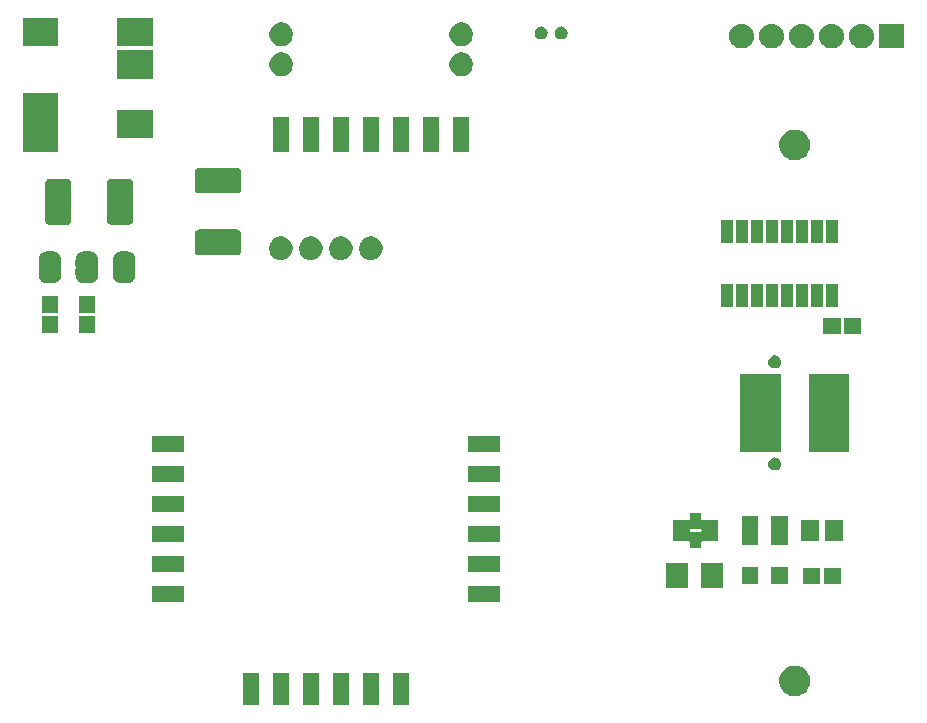
<source format=gts>
G04 #@! TF.GenerationSoftware,KiCad,Pcbnew,(5.1.0-0)*
G04 #@! TF.CreationDate,2019-05-12T00:03:29+09:00*
G04 #@! TF.ProjectId,split_EC_right,73706c69-745f-4454-935f-72696768742e,rev?*
G04 #@! TF.SameCoordinates,Original*
G04 #@! TF.FileFunction,Soldermask,Top*
G04 #@! TF.FilePolarity,Negative*
%FSLAX46Y46*%
G04 Gerber Fmt 4.6, Leading zero omitted, Abs format (unit mm)*
G04 Created by KiCad (PCBNEW (5.1.0-0)) date 2019-05-12 00:03:29*
%MOMM*%
%LPD*%
G04 APERTURE LIST*
%ADD10C,0.100000*%
G04 APERTURE END LIST*
D10*
G36*
X111800000Y-99750000D02*
G01*
X110400000Y-99750000D01*
X110400000Y-97050000D01*
X111800000Y-97050000D01*
X111800000Y-99750000D01*
X111800000Y-99750000D01*
G37*
G36*
X109260000Y-99750000D02*
G01*
X107860000Y-99750000D01*
X107860000Y-97050000D01*
X109260000Y-97050000D01*
X109260000Y-99750000D01*
X109260000Y-99750000D01*
G37*
G36*
X106720000Y-99750000D02*
G01*
X105320000Y-99750000D01*
X105320000Y-97050000D01*
X106720000Y-97050000D01*
X106720000Y-99750000D01*
X106720000Y-99750000D01*
G37*
G36*
X104180000Y-99750000D02*
G01*
X102780000Y-99750000D01*
X102780000Y-97050000D01*
X104180000Y-97050000D01*
X104180000Y-99750000D01*
X104180000Y-99750000D01*
G37*
G36*
X101640000Y-99750000D02*
G01*
X100240000Y-99750000D01*
X100240000Y-97050000D01*
X101640000Y-97050000D01*
X101640000Y-99750000D01*
X101640000Y-99750000D01*
G37*
G36*
X99100000Y-99750000D02*
G01*
X97700000Y-99750000D01*
X97700000Y-97050000D01*
X99100000Y-97050000D01*
X99100000Y-99750000D01*
X99100000Y-99750000D01*
G37*
G36*
X144829196Y-96439958D02*
G01*
X145065781Y-96537955D01*
X145278702Y-96680224D01*
X145459776Y-96861298D01*
X145602045Y-97074219D01*
X145700042Y-97310804D01*
X145750000Y-97561961D01*
X145750000Y-97818039D01*
X145700042Y-98069196D01*
X145602045Y-98305781D01*
X145459776Y-98518702D01*
X145278702Y-98699776D01*
X145065781Y-98842045D01*
X144829196Y-98940042D01*
X144703617Y-98965021D01*
X144578040Y-98990000D01*
X144321960Y-98990000D01*
X144070804Y-98940042D01*
X143834219Y-98842045D01*
X143621298Y-98699776D01*
X143440224Y-98518702D01*
X143297955Y-98305781D01*
X143199958Y-98069196D01*
X143150000Y-97818039D01*
X143150000Y-97561961D01*
X143199958Y-97310804D01*
X143297955Y-97074219D01*
X143440224Y-96861298D01*
X143621298Y-96680224D01*
X143834219Y-96537955D01*
X144070804Y-96439958D01*
X144321960Y-96390000D01*
X144578040Y-96390000D01*
X144829196Y-96439958D01*
X144829196Y-96439958D01*
G37*
G36*
X92750000Y-91030000D02*
G01*
X90050000Y-91030000D01*
X90050000Y-89630000D01*
X92750000Y-89630000D01*
X92750000Y-91030000D01*
X92750000Y-91030000D01*
G37*
G36*
X119450000Y-91030000D02*
G01*
X116750000Y-91030000D01*
X116750000Y-89630000D01*
X119450000Y-89630000D01*
X119450000Y-91030000D01*
X119450000Y-91030000D01*
G37*
G36*
X138350000Y-89850000D02*
G01*
X136525000Y-89850000D01*
X136525000Y-87700000D01*
X138350000Y-87700000D01*
X138350000Y-89850000D01*
X138350000Y-89850000D01*
G37*
G36*
X135375000Y-89850000D02*
G01*
X133550000Y-89850000D01*
X133550000Y-87700000D01*
X135375000Y-87700000D01*
X135375000Y-89850000D01*
X135375000Y-89850000D01*
G37*
G36*
X141350000Y-89475000D02*
G01*
X139950000Y-89475000D01*
X139950000Y-88075000D01*
X141350000Y-88075000D01*
X141350000Y-89475000D01*
X141350000Y-89475000D01*
G37*
G36*
X143850000Y-89475000D02*
G01*
X142450000Y-89475000D01*
X142450000Y-88075000D01*
X143850000Y-88075000D01*
X143850000Y-89475000D01*
X143850000Y-89475000D01*
G37*
G36*
X148350000Y-89450000D02*
G01*
X146900000Y-89450000D01*
X146900000Y-88100000D01*
X148350000Y-88100000D01*
X148350000Y-89450000D01*
X148350000Y-89450000D01*
G37*
G36*
X146600000Y-89450000D02*
G01*
X145150000Y-89450000D01*
X145150000Y-88100000D01*
X146600000Y-88100000D01*
X146600000Y-89450000D01*
X146600000Y-89450000D01*
G37*
G36*
X119450000Y-88490000D02*
G01*
X116750000Y-88490000D01*
X116750000Y-87090000D01*
X119450000Y-87090000D01*
X119450000Y-88490000D01*
X119450000Y-88490000D01*
G37*
G36*
X92750000Y-88490000D02*
G01*
X90050000Y-88490000D01*
X90050000Y-87090000D01*
X92750000Y-87090000D01*
X92750000Y-88490000D01*
X92750000Y-88490000D01*
G37*
G36*
X136500000Y-83950001D02*
G01*
X136502402Y-83974387D01*
X136509515Y-83997836D01*
X136521066Y-84019447D01*
X136536611Y-84038389D01*
X136555553Y-84053934D01*
X136577164Y-84065485D01*
X136600613Y-84072598D01*
X136624999Y-84075000D01*
X137950000Y-84075000D01*
X137950000Y-85875000D01*
X136624999Y-85875000D01*
X136600613Y-85877402D01*
X136577164Y-85884515D01*
X136555553Y-85896066D01*
X136536611Y-85911611D01*
X136521066Y-85930553D01*
X136509515Y-85952164D01*
X136502402Y-85975613D01*
X136500000Y-85999999D01*
X136500000Y-86475000D01*
X135600000Y-86475000D01*
X135600000Y-85999999D01*
X135597598Y-85975613D01*
X135590485Y-85952164D01*
X135578934Y-85930553D01*
X135563389Y-85911611D01*
X135544447Y-85896066D01*
X135522836Y-85884515D01*
X135499387Y-85877402D01*
X135475001Y-85875000D01*
X134150000Y-85875000D01*
X134150000Y-84949999D01*
X135550000Y-84949999D01*
X135550000Y-85000001D01*
X135552402Y-85024387D01*
X135559515Y-85047836D01*
X135571066Y-85069447D01*
X135586611Y-85088389D01*
X135605553Y-85103934D01*
X135627164Y-85115485D01*
X135650613Y-85122598D01*
X135674999Y-85125000D01*
X136425001Y-85125000D01*
X136449387Y-85122598D01*
X136472836Y-85115485D01*
X136494447Y-85103934D01*
X136513389Y-85088389D01*
X136528934Y-85069447D01*
X136540485Y-85047836D01*
X136547598Y-85024387D01*
X136550000Y-85000001D01*
X136550000Y-84949999D01*
X136547598Y-84925613D01*
X136540485Y-84902164D01*
X136528934Y-84880553D01*
X136513389Y-84861611D01*
X136494447Y-84846066D01*
X136472836Y-84834515D01*
X136449387Y-84827402D01*
X136425001Y-84825000D01*
X135674999Y-84825000D01*
X135650613Y-84827402D01*
X135627164Y-84834515D01*
X135605553Y-84846066D01*
X135586611Y-84861611D01*
X135571066Y-84880553D01*
X135559515Y-84902164D01*
X135552402Y-84925613D01*
X135550000Y-84949999D01*
X134150000Y-84949999D01*
X134150000Y-84075000D01*
X135475001Y-84075000D01*
X135499387Y-84072598D01*
X135522836Y-84065485D01*
X135544447Y-84053934D01*
X135563389Y-84038389D01*
X135578934Y-84019447D01*
X135590485Y-83997836D01*
X135597598Y-83974387D01*
X135600000Y-83950001D01*
X135600000Y-83475000D01*
X136500000Y-83475000D01*
X136500000Y-83950001D01*
X136500000Y-83950001D01*
G37*
G36*
X141350000Y-86225000D02*
G01*
X139950000Y-86225000D01*
X139950000Y-83725000D01*
X141350000Y-83725000D01*
X141350000Y-86225000D01*
X141350000Y-86225000D01*
G37*
G36*
X143850000Y-86225000D02*
G01*
X142450000Y-86225000D01*
X142450000Y-83725000D01*
X143850000Y-83725000D01*
X143850000Y-86225000D01*
X143850000Y-86225000D01*
G37*
G36*
X92750000Y-85950000D02*
G01*
X90050000Y-85950000D01*
X90050000Y-84550000D01*
X92750000Y-84550000D01*
X92750000Y-85950000D01*
X92750000Y-85950000D01*
G37*
G36*
X119450000Y-85950000D02*
G01*
X116750000Y-85950000D01*
X116750000Y-84550000D01*
X119450000Y-84550000D01*
X119450000Y-85950000D01*
X119450000Y-85950000D01*
G37*
G36*
X148550000Y-85875000D02*
G01*
X147000000Y-85875000D01*
X147000000Y-84075000D01*
X148550000Y-84075000D01*
X148550000Y-85875000D01*
X148550000Y-85875000D01*
G37*
G36*
X146500000Y-85875000D02*
G01*
X144950000Y-85875000D01*
X144950000Y-84075000D01*
X146500000Y-84075000D01*
X146500000Y-85875000D01*
X146500000Y-85875000D01*
G37*
G36*
X92750000Y-83410000D02*
G01*
X90050000Y-83410000D01*
X90050000Y-82010000D01*
X92750000Y-82010000D01*
X92750000Y-83410000D01*
X92750000Y-83410000D01*
G37*
G36*
X119450000Y-83410000D02*
G01*
X116750000Y-83410000D01*
X116750000Y-82010000D01*
X119450000Y-82010000D01*
X119450000Y-83410000D01*
X119450000Y-83410000D01*
G37*
G36*
X119450000Y-80870000D02*
G01*
X116750000Y-80870000D01*
X116750000Y-79470000D01*
X119450000Y-79470000D01*
X119450000Y-80870000D01*
X119450000Y-80870000D01*
G37*
G36*
X92750000Y-80870000D02*
G01*
X90050000Y-80870000D01*
X90050000Y-79470000D01*
X92750000Y-79470000D01*
X92750000Y-80870000D01*
X92750000Y-80870000D01*
G37*
G36*
X142875009Y-78789091D02*
G01*
X142910429Y-78796136D01*
X142960476Y-78816867D01*
X143010524Y-78837597D01*
X143100602Y-78897785D01*
X143177215Y-78974398D01*
X143237403Y-79064476D01*
X143278864Y-79164572D01*
X143300000Y-79270828D01*
X143300000Y-79379172D01*
X143278864Y-79485428D01*
X143237403Y-79585524D01*
X143177215Y-79675602D01*
X143100602Y-79752215D01*
X143010524Y-79812403D01*
X142960476Y-79833133D01*
X142910429Y-79853864D01*
X142875009Y-79860909D01*
X142804172Y-79875000D01*
X142695828Y-79875000D01*
X142624991Y-79860909D01*
X142589571Y-79853864D01*
X142539524Y-79833133D01*
X142489476Y-79812403D01*
X142399398Y-79752215D01*
X142322785Y-79675602D01*
X142262597Y-79585524D01*
X142221136Y-79485428D01*
X142200000Y-79379172D01*
X142200000Y-79270828D01*
X142221136Y-79164572D01*
X142262597Y-79064476D01*
X142322785Y-78974398D01*
X142399398Y-78897785D01*
X142489476Y-78837597D01*
X142539524Y-78816867D01*
X142589571Y-78796136D01*
X142624991Y-78789091D01*
X142695828Y-78775000D01*
X142804172Y-78775000D01*
X142875009Y-78789091D01*
X142875009Y-78789091D01*
G37*
G36*
X92750000Y-78330000D02*
G01*
X90050000Y-78330000D01*
X90050000Y-76930000D01*
X92750000Y-76930000D01*
X92750000Y-78330000D01*
X92750000Y-78330000D01*
G37*
G36*
X119450000Y-78330000D02*
G01*
X116750000Y-78330000D01*
X116750000Y-76930000D01*
X119450000Y-76930000D01*
X119450000Y-78330000D01*
X119450000Y-78330000D01*
G37*
G36*
X149050000Y-78325000D02*
G01*
X145650000Y-78325000D01*
X145650000Y-71675000D01*
X149050000Y-71675000D01*
X149050000Y-78325000D01*
X149050000Y-78325000D01*
G37*
G36*
X143250000Y-78325000D02*
G01*
X139850000Y-78325000D01*
X139850000Y-71675000D01*
X143250000Y-71675000D01*
X143250000Y-78325000D01*
X143250000Y-78325000D01*
G37*
G36*
X142875009Y-70139091D02*
G01*
X142910429Y-70146136D01*
X142960476Y-70166867D01*
X143010524Y-70187597D01*
X143100602Y-70247785D01*
X143177215Y-70324398D01*
X143237403Y-70414476D01*
X143278864Y-70514572D01*
X143300000Y-70620828D01*
X143300000Y-70729172D01*
X143278864Y-70835428D01*
X143237403Y-70935524D01*
X143177215Y-71025602D01*
X143100602Y-71102215D01*
X143010524Y-71162403D01*
X142960476Y-71183133D01*
X142910429Y-71203864D01*
X142875009Y-71210909D01*
X142804172Y-71225000D01*
X142695828Y-71225000D01*
X142624991Y-71210909D01*
X142589571Y-71203864D01*
X142539524Y-71183134D01*
X142489476Y-71162403D01*
X142399398Y-71102215D01*
X142322785Y-71025602D01*
X142262597Y-70935524D01*
X142221136Y-70835428D01*
X142200000Y-70729172D01*
X142200000Y-70620828D01*
X142221136Y-70514572D01*
X142262597Y-70414476D01*
X142322785Y-70324398D01*
X142399398Y-70247785D01*
X142489476Y-70187597D01*
X142539524Y-70166867D01*
X142589571Y-70146136D01*
X142624991Y-70139091D01*
X142695828Y-70125000D01*
X142804172Y-70125000D01*
X142875009Y-70139091D01*
X142875009Y-70139091D01*
G37*
G36*
X150075000Y-68350000D02*
G01*
X148625000Y-68350000D01*
X148625000Y-67000000D01*
X150075000Y-67000000D01*
X150075000Y-68350000D01*
X150075000Y-68350000D01*
G37*
G36*
X148325000Y-68350000D02*
G01*
X146875000Y-68350000D01*
X146875000Y-67000000D01*
X148325000Y-67000000D01*
X148325000Y-68350000D01*
X148325000Y-68350000D01*
G37*
G36*
X85175000Y-68275000D02*
G01*
X83825000Y-68275000D01*
X83825000Y-66825000D01*
X85175000Y-66825000D01*
X85175000Y-68275000D01*
X85175000Y-68275000D01*
G37*
G36*
X82050000Y-68275000D02*
G01*
X80700000Y-68275000D01*
X80700000Y-66825000D01*
X82050000Y-66825000D01*
X82050000Y-68275000D01*
X82050000Y-68275000D01*
G37*
G36*
X82050000Y-66525000D02*
G01*
X80700000Y-66525000D01*
X80700000Y-65075000D01*
X82050000Y-65075000D01*
X82050000Y-66525000D01*
X82050000Y-66525000D01*
G37*
G36*
X85175000Y-66525000D02*
G01*
X83825000Y-66525000D01*
X83825000Y-65075000D01*
X85175000Y-65075000D01*
X85175000Y-66525000D01*
X85175000Y-66525000D01*
G37*
G36*
X140450000Y-66000000D02*
G01*
X139450000Y-66000000D01*
X139450000Y-64100000D01*
X140450000Y-64100000D01*
X140450000Y-66000000D01*
X140450000Y-66000000D01*
G37*
G36*
X141720000Y-66000000D02*
G01*
X140720000Y-66000000D01*
X140720000Y-64100000D01*
X141720000Y-64100000D01*
X141720000Y-66000000D01*
X141720000Y-66000000D01*
G37*
G36*
X142990000Y-66000000D02*
G01*
X141990000Y-66000000D01*
X141990000Y-64100000D01*
X142990000Y-64100000D01*
X142990000Y-66000000D01*
X142990000Y-66000000D01*
G37*
G36*
X139180000Y-66000000D02*
G01*
X138180000Y-66000000D01*
X138180000Y-64100000D01*
X139180000Y-64100000D01*
X139180000Y-66000000D01*
X139180000Y-66000000D01*
G37*
G36*
X145530000Y-66000000D02*
G01*
X144530000Y-66000000D01*
X144530000Y-64100000D01*
X145530000Y-64100000D01*
X145530000Y-66000000D01*
X145530000Y-66000000D01*
G37*
G36*
X146800000Y-66000000D02*
G01*
X145800000Y-66000000D01*
X145800000Y-64100000D01*
X146800000Y-64100000D01*
X146800000Y-66000000D01*
X146800000Y-66000000D01*
G37*
G36*
X148070000Y-66000000D02*
G01*
X147070000Y-66000000D01*
X147070000Y-64100000D01*
X148070000Y-64100000D01*
X148070000Y-66000000D01*
X148070000Y-66000000D01*
G37*
G36*
X144260000Y-66000000D02*
G01*
X143260000Y-66000000D01*
X143260000Y-64100000D01*
X144260000Y-64100000D01*
X144260000Y-66000000D01*
X144260000Y-66000000D01*
G37*
G36*
X87937197Y-61325233D02*
G01*
X87949449Y-61325835D01*
X87967869Y-61325835D01*
X88019358Y-61330906D01*
X88103439Y-61347631D01*
X88119403Y-61352474D01*
X88147048Y-61360859D01*
X88147054Y-61360861D01*
X88152960Y-61362653D01*
X88232158Y-61395457D01*
X88277791Y-61419848D01*
X88349076Y-61467479D01*
X88353847Y-61471395D01*
X88353849Y-61471396D01*
X88384303Y-61496389D01*
X88384309Y-61496395D01*
X88389072Y-61500304D01*
X88449696Y-61560928D01*
X88453605Y-61565691D01*
X88453611Y-61565697D01*
X88469009Y-61584460D01*
X88482521Y-61600924D01*
X88530152Y-61672209D01*
X88554543Y-61717842D01*
X88587347Y-61797040D01*
X88589139Y-61802946D01*
X88589141Y-61802952D01*
X88596360Y-61826751D01*
X88602369Y-61846561D01*
X88619094Y-61930642D01*
X88624165Y-61982131D01*
X88624165Y-62000551D01*
X88624767Y-62012803D01*
X88626573Y-62031140D01*
X88626573Y-62518860D01*
X88622107Y-62564205D01*
X88610670Y-62601908D01*
X88603096Y-62616078D01*
X88593720Y-62638717D01*
X88588940Y-62662751D01*
X88588940Y-62687255D01*
X88593721Y-62711288D01*
X88603096Y-62733922D01*
X88610670Y-62748092D01*
X88622107Y-62785795D01*
X88626573Y-62831140D01*
X88626573Y-63318860D01*
X88624767Y-63337197D01*
X88624165Y-63349449D01*
X88624165Y-63367869D01*
X88619094Y-63419358D01*
X88602369Y-63503439D01*
X88600576Y-63509349D01*
X88589141Y-63547048D01*
X88589139Y-63547054D01*
X88587347Y-63552960D01*
X88554543Y-63632158D01*
X88530152Y-63677791D01*
X88482521Y-63749076D01*
X88478605Y-63753847D01*
X88478604Y-63753849D01*
X88453611Y-63784303D01*
X88453605Y-63784309D01*
X88449696Y-63789072D01*
X88389072Y-63849696D01*
X88384309Y-63853605D01*
X88384303Y-63853611D01*
X88353849Y-63878604D01*
X88349076Y-63882521D01*
X88277791Y-63930152D01*
X88232158Y-63954543D01*
X88152960Y-63987347D01*
X88147054Y-63989139D01*
X88147048Y-63989141D01*
X88119403Y-63997526D01*
X88103439Y-64002369D01*
X88019358Y-64019094D01*
X87967869Y-64024165D01*
X87949449Y-64024165D01*
X87937197Y-64024767D01*
X87918860Y-64026573D01*
X87431140Y-64026573D01*
X87412803Y-64024767D01*
X87400551Y-64024165D01*
X87382131Y-64024165D01*
X87330642Y-64019094D01*
X87246561Y-64002369D01*
X87230597Y-63997526D01*
X87202952Y-63989141D01*
X87202946Y-63989139D01*
X87197040Y-63987347D01*
X87117842Y-63954543D01*
X87072209Y-63930152D01*
X87000924Y-63882521D01*
X86996151Y-63878604D01*
X86965697Y-63853611D01*
X86965691Y-63853605D01*
X86960928Y-63849696D01*
X86900304Y-63789072D01*
X86896395Y-63784309D01*
X86896389Y-63784303D01*
X86871396Y-63753849D01*
X86871395Y-63753847D01*
X86867479Y-63749076D01*
X86819848Y-63677791D01*
X86795457Y-63632158D01*
X86762653Y-63552960D01*
X86760861Y-63547054D01*
X86760859Y-63547048D01*
X86749424Y-63509349D01*
X86747631Y-63503439D01*
X86730906Y-63419358D01*
X86725835Y-63367869D01*
X86725835Y-63349449D01*
X86725233Y-63337197D01*
X86723427Y-63318860D01*
X86723427Y-62831140D01*
X86727893Y-62785795D01*
X86739330Y-62748092D01*
X86746904Y-62733922D01*
X86756280Y-62711283D01*
X86761060Y-62687249D01*
X86761060Y-62662745D01*
X86756279Y-62638712D01*
X86746904Y-62616078D01*
X86739330Y-62601908D01*
X86727893Y-62564205D01*
X86723427Y-62518860D01*
X86723427Y-62031140D01*
X86725233Y-62012803D01*
X86725835Y-62000551D01*
X86725835Y-61982131D01*
X86730906Y-61930642D01*
X86747631Y-61846561D01*
X86753640Y-61826751D01*
X86760859Y-61802952D01*
X86760861Y-61802946D01*
X86762653Y-61797040D01*
X86795457Y-61717842D01*
X86819848Y-61672209D01*
X86867479Y-61600924D01*
X86880991Y-61584460D01*
X86896389Y-61565697D01*
X86896395Y-61565691D01*
X86900304Y-61560928D01*
X86960928Y-61500304D01*
X86965691Y-61496395D01*
X86965697Y-61496389D01*
X86996151Y-61471396D01*
X86996153Y-61471395D01*
X87000924Y-61467479D01*
X87072209Y-61419848D01*
X87117842Y-61395457D01*
X87197040Y-61362653D01*
X87202946Y-61360861D01*
X87202952Y-61360859D01*
X87230597Y-61352474D01*
X87246561Y-61347631D01*
X87330642Y-61330906D01*
X87382131Y-61325835D01*
X87400551Y-61325835D01*
X87412803Y-61325233D01*
X87431140Y-61323427D01*
X87918860Y-61323427D01*
X87937197Y-61325233D01*
X87937197Y-61325233D01*
G37*
G36*
X84762197Y-61325233D02*
G01*
X84774449Y-61325835D01*
X84792869Y-61325835D01*
X84844358Y-61330906D01*
X84928439Y-61347631D01*
X84944403Y-61352474D01*
X84972048Y-61360859D01*
X84972054Y-61360861D01*
X84977960Y-61362653D01*
X85057158Y-61395457D01*
X85102791Y-61419848D01*
X85174076Y-61467479D01*
X85178847Y-61471395D01*
X85178849Y-61471396D01*
X85209303Y-61496389D01*
X85209309Y-61496395D01*
X85214072Y-61500304D01*
X85274696Y-61560928D01*
X85278605Y-61565691D01*
X85278611Y-61565697D01*
X85294009Y-61584460D01*
X85307521Y-61600924D01*
X85355152Y-61672209D01*
X85379543Y-61717842D01*
X85412347Y-61797040D01*
X85414139Y-61802946D01*
X85414141Y-61802952D01*
X85421360Y-61826751D01*
X85427369Y-61846561D01*
X85444094Y-61930642D01*
X85449165Y-61982131D01*
X85449165Y-62000551D01*
X85449767Y-62012803D01*
X85451573Y-62031140D01*
X85451573Y-62518860D01*
X85447107Y-62564205D01*
X85435670Y-62601908D01*
X85428096Y-62616078D01*
X85418720Y-62638717D01*
X85413940Y-62662751D01*
X85413940Y-62687255D01*
X85418721Y-62711288D01*
X85428096Y-62733922D01*
X85435670Y-62748092D01*
X85447107Y-62785795D01*
X85451573Y-62831140D01*
X85451573Y-63318860D01*
X85449767Y-63337197D01*
X85449165Y-63349449D01*
X85449165Y-63367869D01*
X85444094Y-63419358D01*
X85427369Y-63503439D01*
X85425576Y-63509349D01*
X85414141Y-63547048D01*
X85414139Y-63547054D01*
X85412347Y-63552960D01*
X85379543Y-63632158D01*
X85355152Y-63677791D01*
X85307521Y-63749076D01*
X85303605Y-63753847D01*
X85303604Y-63753849D01*
X85278611Y-63784303D01*
X85278605Y-63784309D01*
X85274696Y-63789072D01*
X85214072Y-63849696D01*
X85209309Y-63853605D01*
X85209303Y-63853611D01*
X85178849Y-63878604D01*
X85174076Y-63882521D01*
X85102791Y-63930152D01*
X85057158Y-63954543D01*
X84977960Y-63987347D01*
X84972054Y-63989139D01*
X84972048Y-63989141D01*
X84944403Y-63997526D01*
X84928439Y-64002369D01*
X84844358Y-64019094D01*
X84792869Y-64024165D01*
X84774449Y-64024165D01*
X84762197Y-64024767D01*
X84743860Y-64026573D01*
X84256140Y-64026573D01*
X84237803Y-64024767D01*
X84225551Y-64024165D01*
X84207131Y-64024165D01*
X84155642Y-64019094D01*
X84071561Y-64002369D01*
X84055597Y-63997526D01*
X84027952Y-63989141D01*
X84027946Y-63989139D01*
X84022040Y-63987347D01*
X83942842Y-63954543D01*
X83897209Y-63930152D01*
X83825924Y-63882521D01*
X83821151Y-63878604D01*
X83790697Y-63853611D01*
X83790691Y-63853605D01*
X83785928Y-63849696D01*
X83725304Y-63789072D01*
X83721395Y-63784309D01*
X83721389Y-63784303D01*
X83696396Y-63753849D01*
X83696395Y-63753847D01*
X83692479Y-63749076D01*
X83644848Y-63677791D01*
X83620457Y-63632158D01*
X83587653Y-63552960D01*
X83585861Y-63547054D01*
X83585859Y-63547048D01*
X83574424Y-63509349D01*
X83572631Y-63503439D01*
X83555906Y-63419358D01*
X83550835Y-63367869D01*
X83550835Y-63349449D01*
X83550233Y-63337197D01*
X83548427Y-63318860D01*
X83548427Y-62831140D01*
X83552893Y-62785795D01*
X83564330Y-62748092D01*
X83571904Y-62733922D01*
X83581280Y-62711283D01*
X83586060Y-62687249D01*
X83586060Y-62662745D01*
X83581279Y-62638712D01*
X83571904Y-62616078D01*
X83564330Y-62601908D01*
X83552893Y-62564205D01*
X83548427Y-62518860D01*
X83548427Y-62031140D01*
X83550233Y-62012803D01*
X83550835Y-62000551D01*
X83550835Y-61982131D01*
X83555906Y-61930642D01*
X83572631Y-61846561D01*
X83578640Y-61826751D01*
X83585859Y-61802952D01*
X83585861Y-61802946D01*
X83587653Y-61797040D01*
X83620457Y-61717842D01*
X83644848Y-61672209D01*
X83692479Y-61600924D01*
X83705991Y-61584460D01*
X83721389Y-61565697D01*
X83721395Y-61565691D01*
X83725304Y-61560928D01*
X83785928Y-61500304D01*
X83790691Y-61496395D01*
X83790697Y-61496389D01*
X83821151Y-61471396D01*
X83821153Y-61471395D01*
X83825924Y-61467479D01*
X83897209Y-61419848D01*
X83942842Y-61395457D01*
X84022040Y-61362653D01*
X84027946Y-61360861D01*
X84027952Y-61360859D01*
X84055597Y-61352474D01*
X84071561Y-61347631D01*
X84155642Y-61330906D01*
X84207131Y-61325835D01*
X84225551Y-61325835D01*
X84237803Y-61325233D01*
X84256140Y-61323427D01*
X84743860Y-61323427D01*
X84762197Y-61325233D01*
X84762197Y-61325233D01*
G37*
G36*
X81637197Y-61325233D02*
G01*
X81649449Y-61325835D01*
X81667869Y-61325835D01*
X81719358Y-61330906D01*
X81803439Y-61347631D01*
X81819403Y-61352474D01*
X81847048Y-61360859D01*
X81847054Y-61360861D01*
X81852960Y-61362653D01*
X81932158Y-61395457D01*
X81977791Y-61419848D01*
X82049076Y-61467479D01*
X82053847Y-61471395D01*
X82053849Y-61471396D01*
X82084303Y-61496389D01*
X82084309Y-61496395D01*
X82089072Y-61500304D01*
X82149696Y-61560928D01*
X82153605Y-61565691D01*
X82153611Y-61565697D01*
X82169009Y-61584460D01*
X82182521Y-61600924D01*
X82230152Y-61672209D01*
X82254543Y-61717842D01*
X82287347Y-61797040D01*
X82289139Y-61802946D01*
X82289141Y-61802952D01*
X82296360Y-61826751D01*
X82302369Y-61846561D01*
X82319094Y-61930642D01*
X82324165Y-61982131D01*
X82324165Y-62000551D01*
X82324767Y-62012803D01*
X82326573Y-62031140D01*
X82326573Y-62518860D01*
X82322107Y-62564205D01*
X82310670Y-62601908D01*
X82303096Y-62616078D01*
X82293720Y-62638717D01*
X82288940Y-62662751D01*
X82288940Y-62687255D01*
X82293721Y-62711288D01*
X82303096Y-62733922D01*
X82310670Y-62748092D01*
X82322107Y-62785795D01*
X82326573Y-62831140D01*
X82326573Y-63318860D01*
X82324767Y-63337197D01*
X82324165Y-63349449D01*
X82324165Y-63367869D01*
X82319094Y-63419358D01*
X82302369Y-63503439D01*
X82300576Y-63509349D01*
X82289141Y-63547048D01*
X82289139Y-63547054D01*
X82287347Y-63552960D01*
X82254543Y-63632158D01*
X82230152Y-63677791D01*
X82182521Y-63749076D01*
X82178605Y-63753847D01*
X82178604Y-63753849D01*
X82153611Y-63784303D01*
X82153605Y-63784309D01*
X82149696Y-63789072D01*
X82089072Y-63849696D01*
X82084309Y-63853605D01*
X82084303Y-63853611D01*
X82053849Y-63878604D01*
X82049076Y-63882521D01*
X81977791Y-63930152D01*
X81932158Y-63954543D01*
X81852960Y-63987347D01*
X81847054Y-63989139D01*
X81847048Y-63989141D01*
X81819403Y-63997526D01*
X81803439Y-64002369D01*
X81719358Y-64019094D01*
X81667869Y-64024165D01*
X81649449Y-64024165D01*
X81637197Y-64024767D01*
X81618860Y-64026573D01*
X81131140Y-64026573D01*
X81112803Y-64024767D01*
X81100551Y-64024165D01*
X81082131Y-64024165D01*
X81030642Y-64019094D01*
X80946561Y-64002369D01*
X80930597Y-63997526D01*
X80902952Y-63989141D01*
X80902946Y-63989139D01*
X80897040Y-63987347D01*
X80817842Y-63954543D01*
X80772209Y-63930152D01*
X80700924Y-63882521D01*
X80696151Y-63878604D01*
X80665697Y-63853611D01*
X80665691Y-63853605D01*
X80660928Y-63849696D01*
X80600304Y-63789072D01*
X80596395Y-63784309D01*
X80596389Y-63784303D01*
X80571396Y-63753849D01*
X80571395Y-63753847D01*
X80567479Y-63749076D01*
X80519848Y-63677791D01*
X80495457Y-63632158D01*
X80462653Y-63552960D01*
X80460861Y-63547054D01*
X80460859Y-63547048D01*
X80449424Y-63509349D01*
X80447631Y-63503439D01*
X80430906Y-63419358D01*
X80425835Y-63367869D01*
X80425835Y-63349449D01*
X80425233Y-63337197D01*
X80423427Y-63318860D01*
X80423427Y-62831140D01*
X80427893Y-62785795D01*
X80439330Y-62748092D01*
X80446904Y-62733922D01*
X80456280Y-62711283D01*
X80461060Y-62687249D01*
X80461060Y-62662745D01*
X80456279Y-62638712D01*
X80446904Y-62616078D01*
X80439330Y-62601908D01*
X80427893Y-62564205D01*
X80423427Y-62518860D01*
X80423427Y-62031140D01*
X80425233Y-62012803D01*
X80425835Y-62000551D01*
X80425835Y-61982131D01*
X80430906Y-61930642D01*
X80447631Y-61846561D01*
X80453640Y-61826751D01*
X80460859Y-61802952D01*
X80460861Y-61802946D01*
X80462653Y-61797040D01*
X80495457Y-61717842D01*
X80519848Y-61672209D01*
X80567479Y-61600924D01*
X80580991Y-61584460D01*
X80596389Y-61565697D01*
X80596395Y-61565691D01*
X80600304Y-61560928D01*
X80660928Y-61500304D01*
X80665691Y-61496395D01*
X80665697Y-61496389D01*
X80696151Y-61471396D01*
X80696153Y-61471395D01*
X80700924Y-61467479D01*
X80772209Y-61419848D01*
X80817842Y-61395457D01*
X80897040Y-61362653D01*
X80902946Y-61360861D01*
X80902952Y-61360859D01*
X80930597Y-61352474D01*
X80946561Y-61347631D01*
X81030642Y-61330906D01*
X81082131Y-61325835D01*
X81100551Y-61325835D01*
X81112803Y-61325233D01*
X81131140Y-61323427D01*
X81618860Y-61323427D01*
X81637197Y-61325233D01*
X81637197Y-61325233D01*
G37*
G36*
X108787290Y-60075619D02*
G01*
X108851689Y-60088429D01*
X109033678Y-60163811D01*
X109197463Y-60273249D01*
X109336751Y-60412537D01*
X109446189Y-60576322D01*
X109521571Y-60758311D01*
X109560000Y-60951509D01*
X109560000Y-61148491D01*
X109521571Y-61341689D01*
X109446189Y-61523678D01*
X109336751Y-61687463D01*
X109197463Y-61826751D01*
X109033678Y-61936189D01*
X108851689Y-62011571D01*
X108787290Y-62024381D01*
X108658493Y-62050000D01*
X108461507Y-62050000D01*
X108332710Y-62024381D01*
X108268311Y-62011571D01*
X108086322Y-61936189D01*
X107922537Y-61826751D01*
X107783249Y-61687463D01*
X107673811Y-61523678D01*
X107598429Y-61341689D01*
X107560000Y-61148491D01*
X107560000Y-60951509D01*
X107598429Y-60758311D01*
X107673811Y-60576322D01*
X107783249Y-60412537D01*
X107922537Y-60273249D01*
X108086322Y-60163811D01*
X108268311Y-60088429D01*
X108332710Y-60075619D01*
X108461507Y-60050000D01*
X108658493Y-60050000D01*
X108787290Y-60075619D01*
X108787290Y-60075619D01*
G37*
G36*
X101167290Y-60075619D02*
G01*
X101231689Y-60088429D01*
X101413678Y-60163811D01*
X101577463Y-60273249D01*
X101716751Y-60412537D01*
X101826189Y-60576322D01*
X101901571Y-60758311D01*
X101940000Y-60951509D01*
X101940000Y-61148491D01*
X101901571Y-61341689D01*
X101826189Y-61523678D01*
X101716751Y-61687463D01*
X101577463Y-61826751D01*
X101413678Y-61936189D01*
X101231689Y-62011571D01*
X101167290Y-62024381D01*
X101038493Y-62050000D01*
X100841507Y-62050000D01*
X100712710Y-62024381D01*
X100648311Y-62011571D01*
X100466322Y-61936189D01*
X100302537Y-61826751D01*
X100163249Y-61687463D01*
X100053811Y-61523678D01*
X99978429Y-61341689D01*
X99940000Y-61148491D01*
X99940000Y-60951509D01*
X99978429Y-60758311D01*
X100053811Y-60576322D01*
X100163249Y-60412537D01*
X100302537Y-60273249D01*
X100466322Y-60163811D01*
X100648311Y-60088429D01*
X100712710Y-60075619D01*
X100841507Y-60050000D01*
X101038493Y-60050000D01*
X101167290Y-60075619D01*
X101167290Y-60075619D01*
G37*
G36*
X103707290Y-60075619D02*
G01*
X103771689Y-60088429D01*
X103953678Y-60163811D01*
X104117463Y-60273249D01*
X104256751Y-60412537D01*
X104366189Y-60576322D01*
X104441571Y-60758311D01*
X104480000Y-60951509D01*
X104480000Y-61148491D01*
X104441571Y-61341689D01*
X104366189Y-61523678D01*
X104256751Y-61687463D01*
X104117463Y-61826751D01*
X103953678Y-61936189D01*
X103771689Y-62011571D01*
X103707290Y-62024381D01*
X103578493Y-62050000D01*
X103381507Y-62050000D01*
X103252710Y-62024381D01*
X103188311Y-62011571D01*
X103006322Y-61936189D01*
X102842537Y-61826751D01*
X102703249Y-61687463D01*
X102593811Y-61523678D01*
X102518429Y-61341689D01*
X102480000Y-61148491D01*
X102480000Y-60951509D01*
X102518429Y-60758311D01*
X102593811Y-60576322D01*
X102703249Y-60412537D01*
X102842537Y-60273249D01*
X103006322Y-60163811D01*
X103188311Y-60088429D01*
X103252710Y-60075619D01*
X103381507Y-60050000D01*
X103578493Y-60050000D01*
X103707290Y-60075619D01*
X103707290Y-60075619D01*
G37*
G36*
X106247290Y-60075619D02*
G01*
X106311689Y-60088429D01*
X106493678Y-60163811D01*
X106657463Y-60273249D01*
X106796751Y-60412537D01*
X106906189Y-60576322D01*
X106981571Y-60758311D01*
X107020000Y-60951509D01*
X107020000Y-61148491D01*
X106981571Y-61341689D01*
X106906189Y-61523678D01*
X106796751Y-61687463D01*
X106657463Y-61826751D01*
X106493678Y-61936189D01*
X106311689Y-62011571D01*
X106247290Y-62024381D01*
X106118493Y-62050000D01*
X105921507Y-62050000D01*
X105792710Y-62024381D01*
X105728311Y-62011571D01*
X105546322Y-61936189D01*
X105382537Y-61826751D01*
X105243249Y-61687463D01*
X105133811Y-61523678D01*
X105058429Y-61341689D01*
X105020000Y-61148491D01*
X105020000Y-60951509D01*
X105058429Y-60758311D01*
X105133811Y-60576322D01*
X105243249Y-60412537D01*
X105382537Y-60273249D01*
X105546322Y-60163811D01*
X105728311Y-60088429D01*
X105792710Y-60075619D01*
X105921507Y-60050000D01*
X106118493Y-60050000D01*
X106247290Y-60075619D01*
X106247290Y-60075619D01*
G37*
G36*
X97274953Y-59482156D02*
G01*
X97338920Y-59501560D01*
X97397865Y-59533067D01*
X97449532Y-59575468D01*
X97491933Y-59627135D01*
X97523440Y-59686080D01*
X97542844Y-59750047D01*
X97550000Y-59822700D01*
X97550000Y-61307300D01*
X97542844Y-61379953D01*
X97523440Y-61443920D01*
X97491933Y-61502865D01*
X97449532Y-61554532D01*
X97397865Y-61596933D01*
X97338920Y-61628440D01*
X97274953Y-61647844D01*
X97202300Y-61655000D01*
X93997700Y-61655000D01*
X93925047Y-61647844D01*
X93861080Y-61628440D01*
X93802135Y-61596933D01*
X93750468Y-61554532D01*
X93708067Y-61502865D01*
X93676560Y-61443920D01*
X93657156Y-61379953D01*
X93650000Y-61307300D01*
X93650000Y-59822700D01*
X93657156Y-59750047D01*
X93676560Y-59686080D01*
X93708067Y-59627135D01*
X93750468Y-59575468D01*
X93802135Y-59533067D01*
X93861080Y-59501560D01*
X93925047Y-59482156D01*
X93997700Y-59475000D01*
X97202300Y-59475000D01*
X97274953Y-59482156D01*
X97274953Y-59482156D01*
G37*
G36*
X145530000Y-60600000D02*
G01*
X144530000Y-60600000D01*
X144530000Y-58700000D01*
X145530000Y-58700000D01*
X145530000Y-60600000D01*
X145530000Y-60600000D01*
G37*
G36*
X146800000Y-60600000D02*
G01*
X145800000Y-60600000D01*
X145800000Y-58700000D01*
X146800000Y-58700000D01*
X146800000Y-60600000D01*
X146800000Y-60600000D01*
G37*
G36*
X148070000Y-60600000D02*
G01*
X147070000Y-60600000D01*
X147070000Y-58700000D01*
X148070000Y-58700000D01*
X148070000Y-60600000D01*
X148070000Y-60600000D01*
G37*
G36*
X144260000Y-60600000D02*
G01*
X143260000Y-60600000D01*
X143260000Y-58700000D01*
X144260000Y-58700000D01*
X144260000Y-60600000D01*
X144260000Y-60600000D01*
G37*
G36*
X142990000Y-60600000D02*
G01*
X141990000Y-60600000D01*
X141990000Y-58700000D01*
X142990000Y-58700000D01*
X142990000Y-60600000D01*
X142990000Y-60600000D01*
G37*
G36*
X141720000Y-60600000D02*
G01*
X140720000Y-60600000D01*
X140720000Y-58700000D01*
X141720000Y-58700000D01*
X141720000Y-60600000D01*
X141720000Y-60600000D01*
G37*
G36*
X139180000Y-60600000D02*
G01*
X138180000Y-60600000D01*
X138180000Y-58700000D01*
X139180000Y-58700000D01*
X139180000Y-60600000D01*
X139180000Y-60600000D01*
G37*
G36*
X140450000Y-60600000D02*
G01*
X139450000Y-60600000D01*
X139450000Y-58700000D01*
X140450000Y-58700000D01*
X140450000Y-60600000D01*
X140450000Y-60600000D01*
G37*
G36*
X88129953Y-55182156D02*
G01*
X88193920Y-55201560D01*
X88252865Y-55233067D01*
X88304532Y-55275468D01*
X88346933Y-55327135D01*
X88378440Y-55386080D01*
X88397844Y-55450047D01*
X88405000Y-55522700D01*
X88405000Y-58727300D01*
X88397844Y-58799953D01*
X88378440Y-58863920D01*
X88346933Y-58922865D01*
X88304532Y-58974532D01*
X88252865Y-59016933D01*
X88193920Y-59048440D01*
X88129953Y-59067844D01*
X88057300Y-59075000D01*
X86572700Y-59075000D01*
X86500047Y-59067844D01*
X86436080Y-59048440D01*
X86377135Y-59016933D01*
X86325468Y-58974532D01*
X86283067Y-58922865D01*
X86251560Y-58863920D01*
X86232156Y-58799953D01*
X86225000Y-58727300D01*
X86225000Y-55522700D01*
X86232156Y-55450047D01*
X86251560Y-55386080D01*
X86283067Y-55327135D01*
X86325468Y-55275468D01*
X86377135Y-55233067D01*
X86436080Y-55201560D01*
X86500047Y-55182156D01*
X86572700Y-55175000D01*
X88057300Y-55175000D01*
X88129953Y-55182156D01*
X88129953Y-55182156D01*
G37*
G36*
X82899953Y-55182156D02*
G01*
X82963920Y-55201560D01*
X83022865Y-55233067D01*
X83074532Y-55275468D01*
X83116933Y-55327135D01*
X83148440Y-55386080D01*
X83167844Y-55450047D01*
X83175000Y-55522700D01*
X83175000Y-58727300D01*
X83167844Y-58799953D01*
X83148440Y-58863920D01*
X83116933Y-58922865D01*
X83074532Y-58974532D01*
X83022865Y-59016933D01*
X82963920Y-59048440D01*
X82899953Y-59067844D01*
X82827300Y-59075000D01*
X81342700Y-59075000D01*
X81270047Y-59067844D01*
X81206080Y-59048440D01*
X81147135Y-59016933D01*
X81095468Y-58974532D01*
X81053067Y-58922865D01*
X81021560Y-58863920D01*
X81002156Y-58799953D01*
X80995000Y-58727300D01*
X80995000Y-55522700D01*
X81002156Y-55450047D01*
X81021560Y-55386080D01*
X81053067Y-55327135D01*
X81095468Y-55275468D01*
X81147135Y-55233067D01*
X81206080Y-55201560D01*
X81270047Y-55182156D01*
X81342700Y-55175000D01*
X82827300Y-55175000D01*
X82899953Y-55182156D01*
X82899953Y-55182156D01*
G37*
G36*
X97274953Y-54252156D02*
G01*
X97338920Y-54271560D01*
X97397865Y-54303067D01*
X97449532Y-54345468D01*
X97491933Y-54397135D01*
X97523440Y-54456080D01*
X97542844Y-54520047D01*
X97550000Y-54592700D01*
X97550000Y-56077300D01*
X97542844Y-56149953D01*
X97523440Y-56213920D01*
X97491933Y-56272865D01*
X97449532Y-56324532D01*
X97397865Y-56366933D01*
X97338920Y-56398440D01*
X97274953Y-56417844D01*
X97202300Y-56425000D01*
X93997700Y-56425000D01*
X93925047Y-56417844D01*
X93861080Y-56398440D01*
X93802135Y-56366933D01*
X93750468Y-56324532D01*
X93708067Y-56272865D01*
X93676560Y-56213920D01*
X93657156Y-56149953D01*
X93650000Y-56077300D01*
X93650000Y-54592700D01*
X93657156Y-54520047D01*
X93676560Y-54456080D01*
X93708067Y-54397135D01*
X93750468Y-54345468D01*
X93802135Y-54303067D01*
X93861080Y-54271560D01*
X93925047Y-54252156D01*
X93997700Y-54245000D01*
X97202300Y-54245000D01*
X97274953Y-54252156D01*
X97274953Y-54252156D01*
G37*
G36*
X144829196Y-51059958D02*
G01*
X145065781Y-51157955D01*
X145278702Y-51300224D01*
X145459776Y-51481298D01*
X145602045Y-51694219D01*
X145700042Y-51930804D01*
X145750000Y-52181961D01*
X145750000Y-52438039D01*
X145700042Y-52689196D01*
X145602045Y-52925781D01*
X145459776Y-53138702D01*
X145278702Y-53319776D01*
X145065781Y-53462045D01*
X144829196Y-53560042D01*
X144703617Y-53585021D01*
X144578040Y-53610000D01*
X144321960Y-53610000D01*
X144196383Y-53585021D01*
X144070804Y-53560042D01*
X143834219Y-53462045D01*
X143621298Y-53319776D01*
X143440224Y-53138702D01*
X143297955Y-52925781D01*
X143199958Y-52689196D01*
X143150000Y-52438039D01*
X143150000Y-52181961D01*
X143199958Y-51930804D01*
X143297955Y-51694219D01*
X143440224Y-51481298D01*
X143621298Y-51300224D01*
X143834219Y-51157955D01*
X144070804Y-51059958D01*
X144321960Y-51010000D01*
X144578040Y-51010000D01*
X144829196Y-51059958D01*
X144829196Y-51059958D01*
G37*
G36*
X116895000Y-52900000D02*
G01*
X115495000Y-52900000D01*
X115495000Y-49990000D01*
X116895000Y-49990000D01*
X116895000Y-52900000D01*
X116895000Y-52900000D01*
G37*
G36*
X114355000Y-52900000D02*
G01*
X112955000Y-52900000D01*
X112955000Y-49990000D01*
X114355000Y-49990000D01*
X114355000Y-52900000D01*
X114355000Y-52900000D01*
G37*
G36*
X111815000Y-52900000D02*
G01*
X110415000Y-52900000D01*
X110415000Y-49990000D01*
X111815000Y-49990000D01*
X111815000Y-52900000D01*
X111815000Y-52900000D01*
G37*
G36*
X109275000Y-52900000D02*
G01*
X107875000Y-52900000D01*
X107875000Y-49990000D01*
X109275000Y-49990000D01*
X109275000Y-52900000D01*
X109275000Y-52900000D01*
G37*
G36*
X106735000Y-52900000D02*
G01*
X105335000Y-52900000D01*
X105335000Y-49990000D01*
X106735000Y-49990000D01*
X106735000Y-52900000D01*
X106735000Y-52900000D01*
G37*
G36*
X104195000Y-52900000D02*
G01*
X102795000Y-52900000D01*
X102795000Y-49990000D01*
X104195000Y-49990000D01*
X104195000Y-52900000D01*
X104195000Y-52900000D01*
G37*
G36*
X82075000Y-52900000D02*
G01*
X79075000Y-52900000D01*
X79075000Y-47900000D01*
X82075000Y-47900000D01*
X82075000Y-52900000D01*
X82075000Y-52900000D01*
G37*
G36*
X101655000Y-52900000D02*
G01*
X100255000Y-52900000D01*
X100255000Y-49990000D01*
X101655000Y-49990000D01*
X101655000Y-52900000D01*
X101655000Y-52900000D01*
G37*
G36*
X90075000Y-51750000D02*
G01*
X87075000Y-51750000D01*
X87075000Y-49350000D01*
X90075000Y-49350000D01*
X90075000Y-51750000D01*
X90075000Y-51750000D01*
G37*
G36*
X90075000Y-46700000D02*
G01*
X87075000Y-46700000D01*
X87075000Y-44300000D01*
X90075000Y-44300000D01*
X90075000Y-46700000D01*
X90075000Y-46700000D01*
G37*
G36*
X116422290Y-44505619D02*
G01*
X116486689Y-44518429D01*
X116668678Y-44593811D01*
X116832463Y-44703249D01*
X116971751Y-44842537D01*
X117081189Y-45006322D01*
X117156571Y-45188311D01*
X117195000Y-45381509D01*
X117195000Y-45578491D01*
X117156571Y-45771689D01*
X117081189Y-45953678D01*
X116971751Y-46117463D01*
X116832463Y-46256751D01*
X116668678Y-46366189D01*
X116486689Y-46441571D01*
X116422290Y-46454381D01*
X116293493Y-46480000D01*
X116096507Y-46480000D01*
X115967710Y-46454381D01*
X115903311Y-46441571D01*
X115721322Y-46366189D01*
X115557537Y-46256751D01*
X115418249Y-46117463D01*
X115308811Y-45953678D01*
X115233429Y-45771689D01*
X115195000Y-45578491D01*
X115195000Y-45381509D01*
X115233429Y-45188311D01*
X115308811Y-45006322D01*
X115418249Y-44842537D01*
X115557537Y-44703249D01*
X115721322Y-44593811D01*
X115903311Y-44518429D01*
X115967710Y-44505619D01*
X116096507Y-44480000D01*
X116293493Y-44480000D01*
X116422290Y-44505619D01*
X116422290Y-44505619D01*
G37*
G36*
X101182290Y-44505619D02*
G01*
X101246689Y-44518429D01*
X101428678Y-44593811D01*
X101592463Y-44703249D01*
X101731751Y-44842537D01*
X101841189Y-45006322D01*
X101916571Y-45188311D01*
X101955000Y-45381509D01*
X101955000Y-45578491D01*
X101916571Y-45771689D01*
X101841189Y-45953678D01*
X101731751Y-46117463D01*
X101592463Y-46256751D01*
X101428678Y-46366189D01*
X101246689Y-46441571D01*
X101182290Y-46454381D01*
X101053493Y-46480000D01*
X100856507Y-46480000D01*
X100727710Y-46454381D01*
X100663311Y-46441571D01*
X100481322Y-46366189D01*
X100317537Y-46256751D01*
X100178249Y-46117463D01*
X100068811Y-45953678D01*
X99993429Y-45771689D01*
X99955000Y-45578491D01*
X99955000Y-45381509D01*
X99993429Y-45188311D01*
X100068811Y-45006322D01*
X100178249Y-44842537D01*
X100317537Y-44703249D01*
X100481322Y-44593811D01*
X100663311Y-44518429D01*
X100727710Y-44505619D01*
X100856507Y-44480000D01*
X101053493Y-44480000D01*
X101182290Y-44505619D01*
X101182290Y-44505619D01*
G37*
G36*
X153700000Y-44150000D02*
G01*
X151600000Y-44150000D01*
X151600000Y-42050000D01*
X153700000Y-42050000D01*
X153700000Y-44150000D01*
X153700000Y-44150000D01*
G37*
G36*
X150238707Y-42057596D02*
G01*
X150315836Y-42065193D01*
X150513762Y-42125233D01*
X150513765Y-42125234D01*
X150696170Y-42222732D01*
X150856055Y-42353945D01*
X150987268Y-42513830D01*
X151084766Y-42696235D01*
X151084767Y-42696238D01*
X151144807Y-42894164D01*
X151165080Y-43100000D01*
X151144807Y-43305836D01*
X151084767Y-43503762D01*
X151084766Y-43503765D01*
X150987268Y-43686170D01*
X150856055Y-43846055D01*
X150696170Y-43977268D01*
X150513765Y-44074766D01*
X150513762Y-44074767D01*
X150315836Y-44134807D01*
X150238707Y-44142403D01*
X150161580Y-44150000D01*
X150058420Y-44150000D01*
X149981293Y-44142404D01*
X149904164Y-44134807D01*
X149706238Y-44074767D01*
X149706235Y-44074766D01*
X149523830Y-43977268D01*
X149363945Y-43846055D01*
X149232732Y-43686170D01*
X149135234Y-43503765D01*
X149135233Y-43503762D01*
X149075193Y-43305836D01*
X149054920Y-43100000D01*
X149075193Y-42894164D01*
X149135233Y-42696238D01*
X149135234Y-42696235D01*
X149232732Y-42513830D01*
X149363945Y-42353945D01*
X149523830Y-42222732D01*
X149706235Y-42125234D01*
X149706238Y-42125233D01*
X149904164Y-42065193D01*
X149981293Y-42057596D01*
X150058420Y-42050000D01*
X150161580Y-42050000D01*
X150238707Y-42057596D01*
X150238707Y-42057596D01*
G37*
G36*
X147698707Y-42057596D02*
G01*
X147775836Y-42065193D01*
X147973762Y-42125233D01*
X147973765Y-42125234D01*
X148156170Y-42222732D01*
X148316055Y-42353945D01*
X148447268Y-42513830D01*
X148544766Y-42696235D01*
X148544767Y-42696238D01*
X148604807Y-42894164D01*
X148625080Y-43100000D01*
X148604807Y-43305836D01*
X148544767Y-43503762D01*
X148544766Y-43503765D01*
X148447268Y-43686170D01*
X148316055Y-43846055D01*
X148156170Y-43977268D01*
X147973765Y-44074766D01*
X147973762Y-44074767D01*
X147775836Y-44134807D01*
X147698707Y-44142403D01*
X147621580Y-44150000D01*
X147518420Y-44150000D01*
X147441293Y-44142404D01*
X147364164Y-44134807D01*
X147166238Y-44074767D01*
X147166235Y-44074766D01*
X146983830Y-43977268D01*
X146823945Y-43846055D01*
X146692732Y-43686170D01*
X146595234Y-43503765D01*
X146595233Y-43503762D01*
X146535193Y-43305836D01*
X146514920Y-43100000D01*
X146535193Y-42894164D01*
X146595233Y-42696238D01*
X146595234Y-42696235D01*
X146692732Y-42513830D01*
X146823945Y-42353945D01*
X146983830Y-42222732D01*
X147166235Y-42125234D01*
X147166238Y-42125233D01*
X147364164Y-42065193D01*
X147441293Y-42057596D01*
X147518420Y-42050000D01*
X147621580Y-42050000D01*
X147698707Y-42057596D01*
X147698707Y-42057596D01*
G37*
G36*
X145158707Y-42057596D02*
G01*
X145235836Y-42065193D01*
X145433762Y-42125233D01*
X145433765Y-42125234D01*
X145616170Y-42222732D01*
X145776055Y-42353945D01*
X145907268Y-42513830D01*
X146004766Y-42696235D01*
X146004767Y-42696238D01*
X146064807Y-42894164D01*
X146085080Y-43100000D01*
X146064807Y-43305836D01*
X146004767Y-43503762D01*
X146004766Y-43503765D01*
X145907268Y-43686170D01*
X145776055Y-43846055D01*
X145616170Y-43977268D01*
X145433765Y-44074766D01*
X145433762Y-44074767D01*
X145235836Y-44134807D01*
X145158707Y-44142403D01*
X145081580Y-44150000D01*
X144978420Y-44150000D01*
X144901293Y-44142404D01*
X144824164Y-44134807D01*
X144626238Y-44074767D01*
X144626235Y-44074766D01*
X144443830Y-43977268D01*
X144283945Y-43846055D01*
X144152732Y-43686170D01*
X144055234Y-43503765D01*
X144055233Y-43503762D01*
X143995193Y-43305836D01*
X143974920Y-43100000D01*
X143995193Y-42894164D01*
X144055233Y-42696238D01*
X144055234Y-42696235D01*
X144152732Y-42513830D01*
X144283945Y-42353945D01*
X144443830Y-42222732D01*
X144626235Y-42125234D01*
X144626238Y-42125233D01*
X144824164Y-42065193D01*
X144901293Y-42057596D01*
X144978420Y-42050000D01*
X145081580Y-42050000D01*
X145158707Y-42057596D01*
X145158707Y-42057596D01*
G37*
G36*
X142618707Y-42057596D02*
G01*
X142695836Y-42065193D01*
X142893762Y-42125233D01*
X142893765Y-42125234D01*
X143076170Y-42222732D01*
X143236055Y-42353945D01*
X143367268Y-42513830D01*
X143464766Y-42696235D01*
X143464767Y-42696238D01*
X143524807Y-42894164D01*
X143545080Y-43100000D01*
X143524807Y-43305836D01*
X143464767Y-43503762D01*
X143464766Y-43503765D01*
X143367268Y-43686170D01*
X143236055Y-43846055D01*
X143076170Y-43977268D01*
X142893765Y-44074766D01*
X142893762Y-44074767D01*
X142695836Y-44134807D01*
X142618707Y-44142403D01*
X142541580Y-44150000D01*
X142438420Y-44150000D01*
X142361293Y-44142404D01*
X142284164Y-44134807D01*
X142086238Y-44074767D01*
X142086235Y-44074766D01*
X141903830Y-43977268D01*
X141743945Y-43846055D01*
X141612732Y-43686170D01*
X141515234Y-43503765D01*
X141515233Y-43503762D01*
X141455193Y-43305836D01*
X141434920Y-43100000D01*
X141455193Y-42894164D01*
X141515233Y-42696238D01*
X141515234Y-42696235D01*
X141612732Y-42513830D01*
X141743945Y-42353945D01*
X141903830Y-42222732D01*
X142086235Y-42125234D01*
X142086238Y-42125233D01*
X142284164Y-42065193D01*
X142361293Y-42057596D01*
X142438420Y-42050000D01*
X142541580Y-42050000D01*
X142618707Y-42057596D01*
X142618707Y-42057596D01*
G37*
G36*
X140078707Y-42057596D02*
G01*
X140155836Y-42065193D01*
X140353762Y-42125233D01*
X140353765Y-42125234D01*
X140536170Y-42222732D01*
X140696055Y-42353945D01*
X140827268Y-42513830D01*
X140924766Y-42696235D01*
X140924767Y-42696238D01*
X140984807Y-42894164D01*
X141005080Y-43100000D01*
X140984807Y-43305836D01*
X140924767Y-43503762D01*
X140924766Y-43503765D01*
X140827268Y-43686170D01*
X140696055Y-43846055D01*
X140536170Y-43977268D01*
X140353765Y-44074766D01*
X140353762Y-44074767D01*
X140155836Y-44134807D01*
X140078707Y-44142403D01*
X140001580Y-44150000D01*
X139898420Y-44150000D01*
X139821293Y-44142404D01*
X139744164Y-44134807D01*
X139546238Y-44074767D01*
X139546235Y-44074766D01*
X139363830Y-43977268D01*
X139203945Y-43846055D01*
X139072732Y-43686170D01*
X138975234Y-43503765D01*
X138975233Y-43503762D01*
X138915193Y-43305836D01*
X138894920Y-43100000D01*
X138915193Y-42894164D01*
X138975233Y-42696238D01*
X138975234Y-42696235D01*
X139072732Y-42513830D01*
X139203945Y-42353945D01*
X139363830Y-42222732D01*
X139546235Y-42125234D01*
X139546238Y-42125233D01*
X139744164Y-42065193D01*
X139821293Y-42057596D01*
X139898420Y-42050000D01*
X140001580Y-42050000D01*
X140078707Y-42057596D01*
X140078707Y-42057596D01*
G37*
G36*
X90075000Y-43950000D02*
G01*
X87075000Y-43950000D01*
X87075000Y-41550000D01*
X90075000Y-41550000D01*
X90075000Y-43950000D01*
X90075000Y-43950000D01*
G37*
G36*
X82075000Y-43950000D02*
G01*
X79075000Y-43950000D01*
X79075000Y-41550000D01*
X82075000Y-41550000D01*
X82075000Y-43950000D01*
X82075000Y-43950000D01*
G37*
G36*
X116422290Y-41965619D02*
G01*
X116486689Y-41978429D01*
X116668678Y-42053811D01*
X116832463Y-42163249D01*
X116971751Y-42302537D01*
X117081189Y-42466322D01*
X117156571Y-42648311D01*
X117195000Y-42841509D01*
X117195000Y-43038491D01*
X117156571Y-43231689D01*
X117081189Y-43413678D01*
X116971751Y-43577463D01*
X116832463Y-43716751D01*
X116668678Y-43826189D01*
X116486689Y-43901571D01*
X116422290Y-43914381D01*
X116293493Y-43940000D01*
X116096507Y-43940000D01*
X115967710Y-43914381D01*
X115903311Y-43901571D01*
X115721322Y-43826189D01*
X115557537Y-43716751D01*
X115418249Y-43577463D01*
X115308811Y-43413678D01*
X115233429Y-43231689D01*
X115195000Y-43038491D01*
X115195000Y-42841509D01*
X115233429Y-42648311D01*
X115308811Y-42466322D01*
X115418249Y-42302537D01*
X115557537Y-42163249D01*
X115721322Y-42053811D01*
X115903311Y-41978429D01*
X115967710Y-41965619D01*
X116096507Y-41940000D01*
X116293493Y-41940000D01*
X116422290Y-41965619D01*
X116422290Y-41965619D01*
G37*
G36*
X101182290Y-41965619D02*
G01*
X101246689Y-41978429D01*
X101428678Y-42053811D01*
X101592463Y-42163249D01*
X101731751Y-42302537D01*
X101841189Y-42466322D01*
X101916571Y-42648311D01*
X101955000Y-42841509D01*
X101955000Y-43038491D01*
X101916571Y-43231689D01*
X101841189Y-43413678D01*
X101731751Y-43577463D01*
X101592463Y-43716751D01*
X101428678Y-43826189D01*
X101246689Y-43901571D01*
X101182290Y-43914381D01*
X101053493Y-43940000D01*
X100856507Y-43940000D01*
X100727710Y-43914381D01*
X100663311Y-43901571D01*
X100481322Y-43826189D01*
X100317537Y-43716751D01*
X100178249Y-43577463D01*
X100068811Y-43413678D01*
X99993429Y-43231689D01*
X99955000Y-43038491D01*
X99955000Y-42841509D01*
X99993429Y-42648311D01*
X100068811Y-42466322D01*
X100178249Y-42302537D01*
X100317537Y-42163249D01*
X100481322Y-42053811D01*
X100663311Y-41978429D01*
X100727710Y-41965619D01*
X100856507Y-41940000D01*
X101053493Y-41940000D01*
X101182290Y-41965619D01*
X101182290Y-41965619D01*
G37*
G36*
X124800009Y-42289091D02*
G01*
X124835429Y-42296136D01*
X124885476Y-42316866D01*
X124935524Y-42337597D01*
X125025602Y-42397785D01*
X125102215Y-42474398D01*
X125162403Y-42564476D01*
X125162403Y-42564477D01*
X125197129Y-42648311D01*
X125203864Y-42664572D01*
X125225000Y-42770828D01*
X125225000Y-42879172D01*
X125203864Y-42985428D01*
X125162403Y-43085524D01*
X125102215Y-43175602D01*
X125025602Y-43252215D01*
X124935524Y-43312403D01*
X124885476Y-43333134D01*
X124835429Y-43353864D01*
X124800009Y-43360909D01*
X124729172Y-43375000D01*
X124620828Y-43375000D01*
X124549991Y-43360909D01*
X124514571Y-43353864D01*
X124464524Y-43333133D01*
X124414476Y-43312403D01*
X124324398Y-43252215D01*
X124247785Y-43175602D01*
X124187597Y-43085524D01*
X124146136Y-42985428D01*
X124125000Y-42879172D01*
X124125000Y-42770828D01*
X124146136Y-42664572D01*
X124152872Y-42648311D01*
X124187597Y-42564477D01*
X124187597Y-42564476D01*
X124247785Y-42474398D01*
X124324398Y-42397785D01*
X124414476Y-42337597D01*
X124464524Y-42316866D01*
X124514571Y-42296136D01*
X124549991Y-42289091D01*
X124620828Y-42275000D01*
X124729172Y-42275000D01*
X124800009Y-42289091D01*
X124800009Y-42289091D01*
G37*
G36*
X123100009Y-42289091D02*
G01*
X123135429Y-42296136D01*
X123185476Y-42316866D01*
X123235524Y-42337597D01*
X123325602Y-42397785D01*
X123402215Y-42474398D01*
X123462403Y-42564476D01*
X123462403Y-42564477D01*
X123497129Y-42648311D01*
X123503864Y-42664572D01*
X123525000Y-42770828D01*
X123525000Y-42879172D01*
X123503864Y-42985428D01*
X123462403Y-43085524D01*
X123402215Y-43175602D01*
X123325602Y-43252215D01*
X123235524Y-43312403D01*
X123185476Y-43333134D01*
X123135429Y-43353864D01*
X123100009Y-43360909D01*
X123029172Y-43375000D01*
X122920828Y-43375000D01*
X122849991Y-43360909D01*
X122814571Y-43353864D01*
X122764524Y-43333133D01*
X122714476Y-43312403D01*
X122624398Y-43252215D01*
X122547785Y-43175602D01*
X122487597Y-43085524D01*
X122446136Y-42985428D01*
X122425000Y-42879172D01*
X122425000Y-42770828D01*
X122446136Y-42664572D01*
X122452872Y-42648311D01*
X122487597Y-42564477D01*
X122487597Y-42564476D01*
X122547785Y-42474398D01*
X122624398Y-42397785D01*
X122714476Y-42337597D01*
X122764524Y-42316866D01*
X122814571Y-42296136D01*
X122849991Y-42289091D01*
X122920828Y-42275000D01*
X123029172Y-42275000D01*
X123100009Y-42289091D01*
X123100009Y-42289091D01*
G37*
M02*

</source>
